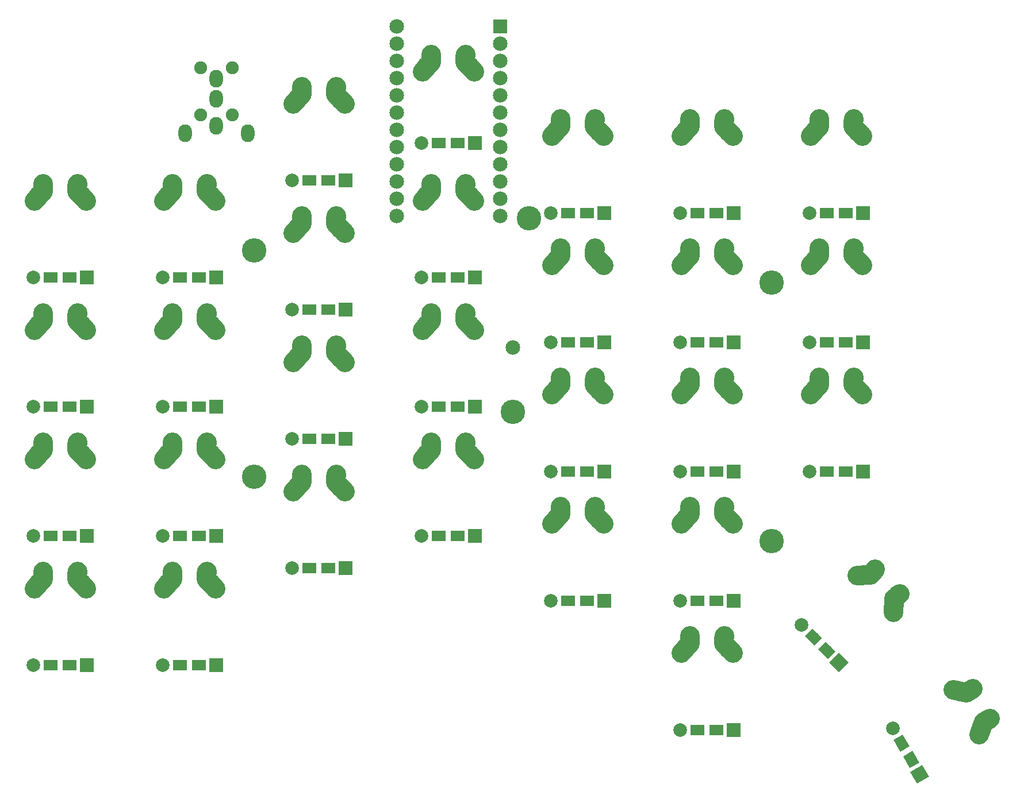
<source format=gbs>
G04 #@! TF.GenerationSoftware,KiCad,Pcbnew,(5.1.2)-2*
G04 #@! TF.CreationDate,2019-06-19T23:20:39-05:00*
G04 #@! TF.ProjectId,BlastersRev2,426c6173-7465-4727-9352-6576322e6b69,rev?*
G04 #@! TF.SameCoordinates,Original*
G04 #@! TF.FileFunction,Soldermask,Bot*
G04 #@! TF.FilePolarity,Negative*
%FSLAX46Y46*%
G04 Gerber Fmt 4.6, Leading zero omitted, Abs format (unit mm)*
G04 Created by KiCad (PCBNEW (5.1.2)-2) date 2019-06-19 23:20:39*
%MOMM*%
%LPD*%
G04 APERTURE LIST*
%ADD10C,2.152600*%
%ADD11C,1.900000*%
%ADD12O,2.000000X2.600000*%
%ADD13R,2.000000X2.000000*%
%ADD14C,2.000000*%
%ADD15R,2.000000X1.600000*%
%ADD16C,0.100000*%
%ADD17C,1.600000*%
%ADD18C,2.400000*%
%ADD19C,2.900000*%
%ADD20C,2.900000*%
%ADD21R,2.152600X2.152600*%
%ADD22C,3.600000*%
G04 APERTURE END LIST*
D10*
X133350000Y-104775000D03*
D11*
X91993750Y-70512500D03*
X91993750Y-63512500D03*
D12*
X94293750Y-73212500D03*
X85093750Y-73212500D03*
X89693750Y-72112500D03*
X89693750Y-65112500D03*
D11*
X87393750Y-70512500D03*
X87393750Y-63512500D03*
D12*
X89693750Y-68112500D03*
D13*
X146775000Y-84931250D03*
D14*
X138975000Y-84931250D03*
D15*
X144275000Y-84931250D03*
X141475000Y-84931250D03*
X141475000Y-103981250D03*
X144275000Y-103981250D03*
D14*
X138975000Y-103981250D03*
D13*
X146775000Y-103981250D03*
X146775000Y-123031250D03*
D14*
X138975000Y-123031250D03*
D15*
X144275000Y-123031250D03*
X141475000Y-123031250D03*
X141475000Y-142081250D03*
X144275000Y-142081250D03*
D14*
X138975000Y-142081250D03*
D13*
X146775000Y-142081250D03*
X165825000Y-84931250D03*
D14*
X158025000Y-84931250D03*
D15*
X163325000Y-84931250D03*
X160525000Y-84931250D03*
X160525000Y-103981250D03*
X163325000Y-103981250D03*
D14*
X158025000Y-103981250D03*
D13*
X165825000Y-103981250D03*
X165825000Y-123031250D03*
D14*
X158025000Y-123031250D03*
D15*
X163325000Y-123031250D03*
X160525000Y-123031250D03*
X160525000Y-142081250D03*
X163325000Y-142081250D03*
D14*
X158025000Y-142081250D03*
D13*
X165825000Y-142081250D03*
X165825000Y-161131250D03*
D14*
X158025000Y-161131250D03*
D15*
X163325000Y-161131250D03*
X160525000Y-161131250D03*
X179575000Y-84931250D03*
X182375000Y-84931250D03*
D14*
X177075000Y-84931250D03*
D13*
X184875000Y-84931250D03*
X184875000Y-103981250D03*
D14*
X177075000Y-103981250D03*
D15*
X182375000Y-103981250D03*
X179575000Y-103981250D03*
X179575000Y-123031250D03*
X182375000Y-123031250D03*
D14*
X177075000Y-123031250D03*
D13*
X184875000Y-123031250D03*
D14*
X193243750Y-167683749D03*
D16*
G36*
X191877725Y-167317724D02*
G01*
X193609775Y-166317724D01*
X194609775Y-168049774D01*
X192877725Y-169049774D01*
X191877725Y-167317724D01*
X191877725Y-167317724D01*
G37*
D14*
X189343750Y-160928751D03*
D17*
X191993750Y-165518686D03*
D16*
G36*
X190800930Y-165052661D02*
G01*
X192186570Y-164252661D01*
X193186570Y-165984711D01*
X191800930Y-166784711D01*
X190800930Y-165052661D01*
X190800930Y-165052661D01*
G37*
D17*
X190593750Y-163093814D03*
D16*
G36*
X189400930Y-162627789D02*
G01*
X190786570Y-161827789D01*
X191786570Y-163559839D01*
X190400930Y-164359839D01*
X189400930Y-162627789D01*
X189400930Y-162627789D01*
G37*
D15*
X65275000Y-113506250D03*
X68075000Y-113506250D03*
D14*
X62775000Y-113506250D03*
D13*
X70575000Y-113506250D03*
X127725000Y-113506250D03*
D14*
X119925000Y-113506250D03*
D15*
X125225000Y-113506250D03*
X122425000Y-113506250D03*
X122425000Y-132556250D03*
X125225000Y-132556250D03*
D14*
X119925000Y-132556250D03*
D13*
X127725000Y-132556250D03*
D14*
X181351466Y-151188966D03*
D16*
G36*
X179937252Y-151188966D02*
G01*
X181351466Y-149774752D01*
X182765680Y-151188966D01*
X181351466Y-152603180D01*
X179937252Y-151188966D01*
X179937252Y-151188966D01*
G37*
D14*
X175836034Y-145673534D03*
D17*
X179583699Y-149421199D03*
D16*
G36*
X178310907Y-149279778D02*
G01*
X179442278Y-148148407D01*
X180856491Y-149562620D01*
X179725120Y-150693991D01*
X178310907Y-149279778D01*
X178310907Y-149279778D01*
G37*
D17*
X177603801Y-147441301D03*
D16*
G36*
X176331009Y-147299880D02*
G01*
X177462380Y-146168509D01*
X178876593Y-147582722D01*
X177745222Y-148714093D01*
X176331009Y-147299880D01*
X176331009Y-147299880D01*
G37*
D15*
X65275000Y-94456250D03*
X68075000Y-94456250D03*
D14*
X62775000Y-94456250D03*
D13*
X70575000Y-94456250D03*
X70575000Y-132556250D03*
D14*
X62775000Y-132556250D03*
D15*
X68075000Y-132556250D03*
X65275000Y-132556250D03*
X65275000Y-151606250D03*
X68075000Y-151606250D03*
D14*
X62775000Y-151606250D03*
D13*
X70575000Y-151606250D03*
X89625000Y-94456250D03*
D14*
X81825000Y-94456250D03*
D15*
X87125000Y-94456250D03*
X84325000Y-94456250D03*
X84325000Y-113506250D03*
X87125000Y-113506250D03*
D14*
X81825000Y-113506250D03*
D13*
X89625000Y-113506250D03*
X89625000Y-132556250D03*
D14*
X81825000Y-132556250D03*
D15*
X87125000Y-132556250D03*
X84325000Y-132556250D03*
X84325000Y-151606250D03*
X87125000Y-151606250D03*
D14*
X81825000Y-151606250D03*
D13*
X89625000Y-151606250D03*
D15*
X103375000Y-80168750D03*
X106175000Y-80168750D03*
D14*
X100875000Y-80168750D03*
D13*
X108675000Y-80168750D03*
X108675000Y-99218750D03*
D14*
X100875000Y-99218750D03*
D15*
X106175000Y-99218750D03*
X103375000Y-99218750D03*
X103375000Y-118268750D03*
X106175000Y-118268750D03*
D14*
X100875000Y-118268750D03*
D13*
X108675000Y-118268750D03*
X108675000Y-137318750D03*
D14*
X100875000Y-137318750D03*
D15*
X106175000Y-137318750D03*
X103375000Y-137318750D03*
D13*
X127725000Y-74612500D03*
D14*
X119925000Y-74612500D03*
D15*
X125225000Y-74612500D03*
X122425000Y-74612500D03*
X122425000Y-94456250D03*
X125225000Y-94456250D03*
D14*
X119925000Y-94456250D03*
D13*
X127725000Y-94456250D03*
D18*
X69175000Y-100275000D03*
X69215000Y-99695000D03*
X64175000Y-100775000D03*
X62865000Y-102235000D03*
D19*
X69830000Y-101505000D03*
D20*
X70484995Y-102235004D02*
X69175005Y-100774996D01*
D19*
X63520000Y-101505000D03*
D20*
X62865005Y-102235004D02*
X64174995Y-100774996D01*
D18*
X69175000Y-100775000D03*
X70485000Y-102235000D03*
D19*
X64155000Y-99985000D03*
D20*
X64135001Y-99695000D02*
X64174999Y-100275000D01*
D18*
X64175000Y-100275000D03*
X64135000Y-99695000D03*
D19*
X69195000Y-99985000D03*
D20*
X69214999Y-99695000D02*
X69175001Y-100275000D01*
D18*
X69175000Y-81225000D03*
X69215000Y-80645000D03*
X64175000Y-81725000D03*
X62865000Y-83185000D03*
D19*
X69830000Y-82455000D03*
D20*
X70484995Y-83185004D02*
X69175005Y-81724996D01*
D19*
X63520000Y-82455000D03*
D20*
X62865005Y-83185004D02*
X64174995Y-81724996D01*
D18*
X69175000Y-81725000D03*
X70485000Y-83185000D03*
D19*
X64155000Y-80935000D03*
D20*
X64135001Y-80645000D02*
X64174999Y-81225000D01*
D18*
X64175000Y-81225000D03*
X64135000Y-80645000D03*
D19*
X69195000Y-80935000D03*
D20*
X69214999Y-80645000D02*
X69175001Y-81225000D01*
D19*
X145395000Y-109510000D03*
D20*
X145414999Y-109220000D02*
X145375001Y-109800000D01*
D18*
X140335000Y-109220000D03*
X140375000Y-109800000D03*
D19*
X140355000Y-109510000D03*
D20*
X140335001Y-109220000D02*
X140374999Y-109800000D01*
D18*
X146685000Y-111760000D03*
X145375000Y-110300000D03*
D19*
X139720000Y-111030000D03*
D20*
X139065005Y-111760004D02*
X140374995Y-110299996D01*
D19*
X146030000Y-111030000D03*
D20*
X146684995Y-111760004D02*
X145375005Y-110299996D01*
D18*
X139065000Y-111760000D03*
X140375000Y-110300000D03*
X145415000Y-109220000D03*
X145375000Y-109800000D03*
X145375000Y-128850000D03*
X145415000Y-128270000D03*
X140375000Y-129350000D03*
X139065000Y-130810000D03*
D19*
X146030000Y-130080000D03*
D20*
X146684995Y-130810004D02*
X145375005Y-129349996D01*
D19*
X139720000Y-130080000D03*
D20*
X139065005Y-130810004D02*
X140374995Y-129349996D01*
D18*
X145375000Y-129350000D03*
X146685000Y-130810000D03*
D19*
X140355000Y-128560000D03*
D20*
X140335001Y-128270000D02*
X140374999Y-128850000D01*
D18*
X140375000Y-128850000D03*
X140335000Y-128270000D03*
D19*
X145395000Y-128560000D03*
D20*
X145414999Y-128270000D02*
X145375001Y-128850000D01*
D19*
X164445000Y-71410000D03*
D20*
X164464999Y-71120000D02*
X164425001Y-71700000D01*
D18*
X159385000Y-71120000D03*
X159425000Y-71700000D03*
D19*
X159405000Y-71410000D03*
D20*
X159385001Y-71120000D02*
X159424999Y-71700000D01*
D18*
X165735000Y-73660000D03*
X164425000Y-72200000D03*
D19*
X158770000Y-72930000D03*
D20*
X158115005Y-73660004D02*
X159424995Y-72199996D01*
D19*
X165080000Y-72930000D03*
D20*
X165734995Y-73660004D02*
X164425005Y-72199996D01*
D18*
X158115000Y-73660000D03*
X159425000Y-72200000D03*
X164465000Y-71120000D03*
X164425000Y-71700000D03*
X164425000Y-90750000D03*
X164465000Y-90170000D03*
X159425000Y-91250000D03*
X158115000Y-92710000D03*
D19*
X165080000Y-91980000D03*
D20*
X165734995Y-92710004D02*
X164425005Y-91249996D01*
D19*
X158770000Y-91980000D03*
D20*
X158115005Y-92710004D02*
X159424995Y-91249996D01*
D18*
X164425000Y-91250000D03*
X165735000Y-92710000D03*
D19*
X159405000Y-90460000D03*
D20*
X159385001Y-90170000D02*
X159424999Y-90750000D01*
D18*
X159425000Y-90750000D03*
X159385000Y-90170000D03*
D19*
X164445000Y-90460000D03*
D20*
X164464999Y-90170000D02*
X164425001Y-90750000D01*
D19*
X164445000Y-109510000D03*
D20*
X164464999Y-109220000D02*
X164425001Y-109800000D01*
D18*
X159385000Y-109220000D03*
X159425000Y-109800000D03*
D19*
X159405000Y-109510000D03*
D20*
X159385001Y-109220000D02*
X159424999Y-109800000D01*
D18*
X165735000Y-111760000D03*
X164425000Y-110300000D03*
D19*
X158770000Y-111030000D03*
D20*
X158115005Y-111760004D02*
X159424995Y-110299996D01*
D19*
X165080000Y-111030000D03*
D20*
X165734995Y-111760004D02*
X164425005Y-110299996D01*
D18*
X158115000Y-111760000D03*
X159425000Y-110300000D03*
X164465000Y-109220000D03*
X164425000Y-109800000D03*
X164425000Y-128850000D03*
X164465000Y-128270000D03*
X159425000Y-129350000D03*
X158115000Y-130810000D03*
D19*
X165080000Y-130080000D03*
D20*
X165734995Y-130810004D02*
X164425005Y-129349996D01*
D19*
X158770000Y-130080000D03*
D20*
X158115005Y-130810004D02*
X159424995Y-129349996D01*
D18*
X164425000Y-129350000D03*
X165735000Y-130810000D03*
D19*
X159405000Y-128560000D03*
D20*
X159385001Y-128270000D02*
X159424999Y-128850000D01*
D18*
X159425000Y-128850000D03*
X159385000Y-128270000D03*
D19*
X164445000Y-128560000D03*
D20*
X164464999Y-128270000D02*
X164425001Y-128850000D01*
D19*
X164445000Y-147610000D03*
D20*
X164464999Y-147320000D02*
X164425001Y-147900000D01*
D18*
X159385000Y-147320000D03*
X159425000Y-147900000D03*
D19*
X159405000Y-147610000D03*
D20*
X159385001Y-147320000D02*
X159424999Y-147900000D01*
D18*
X165735000Y-149860000D03*
X164425000Y-148400000D03*
D19*
X158770000Y-149130000D03*
D20*
X158115005Y-149860004D02*
X159424995Y-148399996D01*
D19*
X165080000Y-149130000D03*
D20*
X165734995Y-149860004D02*
X164425005Y-148399996D01*
D18*
X158115000Y-149860000D03*
X159425000Y-148400000D03*
X164465000Y-147320000D03*
X164425000Y-147900000D03*
X183475000Y-71700000D03*
X183515000Y-71120000D03*
X178475000Y-72200000D03*
X177165000Y-73660000D03*
D19*
X184130000Y-72930000D03*
D20*
X184784995Y-73660004D02*
X183475005Y-72199996D01*
D19*
X177820000Y-72930000D03*
D20*
X177165005Y-73660004D02*
X178474995Y-72199996D01*
D18*
X183475000Y-72200000D03*
X184785000Y-73660000D03*
D19*
X178455000Y-71410000D03*
D20*
X178435001Y-71120000D02*
X178474999Y-71700000D01*
D18*
X178475000Y-71700000D03*
X178435000Y-71120000D03*
D19*
X183495000Y-71410000D03*
D20*
X183514999Y-71120000D02*
X183475001Y-71700000D01*
D19*
X183495000Y-90460000D03*
D20*
X183514999Y-90170000D02*
X183475001Y-90750000D01*
D18*
X178435000Y-90170000D03*
X178475000Y-90750000D03*
D19*
X178455000Y-90460000D03*
D20*
X178435001Y-90170000D02*
X178474999Y-90750000D01*
D18*
X184785000Y-92710000D03*
X183475000Y-91250000D03*
D19*
X177820000Y-91980000D03*
D20*
X177165005Y-92710004D02*
X178474995Y-91249996D01*
D19*
X184130000Y-91980000D03*
D20*
X184784995Y-92710004D02*
X183475005Y-91249996D01*
D18*
X177165000Y-92710000D03*
X178475000Y-91250000D03*
X183515000Y-90170000D03*
X183475000Y-90750000D03*
D19*
X183495000Y-109510000D03*
D20*
X183514999Y-109220000D02*
X183475001Y-109800000D01*
D18*
X178435000Y-109220000D03*
X178475000Y-109800000D03*
D19*
X178455000Y-109510000D03*
D20*
X178435001Y-109220000D02*
X178474999Y-109800000D01*
D18*
X184785000Y-111760000D03*
X183475000Y-110300000D03*
D19*
X177820000Y-111030000D03*
D20*
X177165005Y-111760004D02*
X178474995Y-110299996D01*
D19*
X184130000Y-111030000D03*
D20*
X184784995Y-111760004D02*
X183475005Y-110299996D01*
D18*
X177165000Y-111760000D03*
X178475000Y-110300000D03*
X183515000Y-109220000D03*
X183475000Y-109800000D03*
D19*
X190090051Y-141271368D03*
D20*
X190309254Y-141080448D02*
X189870848Y-141462288D01*
D18*
X186717151Y-137488346D03*
X186335314Y-137926753D03*
D19*
X186526232Y-137707549D03*
D20*
X186717152Y-137488346D02*
X186335312Y-137926752D01*
D18*
X189411228Y-143774526D03*
X189517294Y-141815840D03*
D19*
X185002417Y-138333339D03*
D20*
X184023074Y-138386378D02*
X185981760Y-138280300D01*
D19*
X189464261Y-142795183D03*
D20*
X189411222Y-143774526D02*
X189517300Y-141815840D01*
D18*
X184023074Y-138386372D03*
X185981760Y-138280306D03*
X190309254Y-141080449D03*
X189870847Y-141462286D03*
X203080813Y-159749864D03*
X203603109Y-159494505D03*
X200147802Y-155669736D03*
X198228405Y-155265243D03*
D19*
X202343103Y-160932110D03*
D20*
X202038398Y-161864355D02*
X202647808Y-159999865D01*
D19*
X199188103Y-155467490D03*
D20*
X198228403Y-155265249D02*
X200147803Y-155669731D01*
D18*
X202647802Y-159999864D03*
X202038405Y-161864357D03*
D19*
X200821962Y-155257416D03*
D20*
X201063110Y-155095096D02*
X200580814Y-155419736D01*
D18*
X200580814Y-155419736D03*
X201063109Y-155095095D03*
D19*
X203341962Y-159622184D03*
D20*
X203603109Y-159494504D02*
X203080815Y-159749864D01*
D19*
X145395000Y-71410000D03*
D20*
X145414999Y-71120000D02*
X145375001Y-71700000D01*
D18*
X140335000Y-71120000D03*
X140375000Y-71700000D03*
D19*
X140355000Y-71410000D03*
D20*
X140335001Y-71120000D02*
X140374999Y-71700000D01*
D18*
X146685000Y-73660000D03*
X145375000Y-72200000D03*
D19*
X139720000Y-72930000D03*
D20*
X139065005Y-73660004D02*
X140374995Y-72199996D01*
D19*
X146030000Y-72930000D03*
D20*
X146684995Y-73660004D02*
X145375005Y-72199996D01*
D18*
X139065000Y-73660000D03*
X140375000Y-72200000D03*
X145415000Y-71120000D03*
X145375000Y-71700000D03*
X145375000Y-90750000D03*
X145415000Y-90170000D03*
X140375000Y-91250000D03*
X139065000Y-92710000D03*
D19*
X146030000Y-91980000D03*
D20*
X146684995Y-92710004D02*
X145375005Y-91249996D01*
D19*
X139720000Y-91980000D03*
D20*
X139065005Y-92710004D02*
X140374995Y-91249996D01*
D18*
X145375000Y-91250000D03*
X146685000Y-92710000D03*
D19*
X140355000Y-90460000D03*
D20*
X140335001Y-90170000D02*
X140374999Y-90750000D01*
D18*
X140375000Y-90750000D03*
X140335000Y-90170000D03*
D19*
X145395000Y-90460000D03*
D20*
X145414999Y-90170000D02*
X145375001Y-90750000D01*
D19*
X126345000Y-80935000D03*
D20*
X126364999Y-80645000D02*
X126325001Y-81225000D01*
D18*
X121285000Y-80645000D03*
X121325000Y-81225000D03*
D19*
X121305000Y-80935000D03*
D20*
X121285001Y-80645000D02*
X121324999Y-81225000D01*
D18*
X127635000Y-83185000D03*
X126325000Y-81725000D03*
D19*
X120670000Y-82455000D03*
D20*
X120015005Y-83185004D02*
X121324995Y-81724996D01*
D19*
X126980000Y-82455000D03*
D20*
X127634995Y-83185004D02*
X126325005Y-81724996D01*
D18*
X120015000Y-83185000D03*
X121325000Y-81725000D03*
X126365000Y-80645000D03*
X126325000Y-81225000D03*
X126325000Y-100275000D03*
X126365000Y-99695000D03*
X121325000Y-100775000D03*
X120015000Y-102235000D03*
D19*
X126980000Y-101505000D03*
D20*
X127634995Y-102235004D02*
X126325005Y-100774996D01*
D19*
X120670000Y-101505000D03*
D20*
X120015005Y-102235004D02*
X121324995Y-100774996D01*
D18*
X126325000Y-100775000D03*
X127635000Y-102235000D03*
D19*
X121305000Y-99985000D03*
D20*
X121285001Y-99695000D02*
X121324999Y-100275000D01*
D18*
X121325000Y-100275000D03*
X121285000Y-99695000D03*
D19*
X126345000Y-99985000D03*
D20*
X126364999Y-99695000D02*
X126325001Y-100275000D01*
D18*
X69175000Y-119325000D03*
X69215000Y-118745000D03*
X64175000Y-119825000D03*
X62865000Y-121285000D03*
D19*
X69830000Y-120555000D03*
D20*
X70484995Y-121285004D02*
X69175005Y-119824996D01*
D19*
X63520000Y-120555000D03*
D20*
X62865005Y-121285004D02*
X64174995Y-119824996D01*
D18*
X69175000Y-119825000D03*
X70485000Y-121285000D03*
D19*
X64155000Y-119035000D03*
D20*
X64135001Y-118745000D02*
X64174999Y-119325000D01*
D18*
X64175000Y-119325000D03*
X64135000Y-118745000D03*
D19*
X69195000Y-119035000D03*
D20*
X69214999Y-118745000D02*
X69175001Y-119325000D01*
D19*
X69195000Y-138085000D03*
D20*
X69214999Y-137795000D02*
X69175001Y-138375000D01*
D18*
X64135000Y-137795000D03*
X64175000Y-138375000D03*
D19*
X64155000Y-138085000D03*
D20*
X64135001Y-137795000D02*
X64174999Y-138375000D01*
D18*
X70485000Y-140335000D03*
X69175000Y-138875000D03*
D19*
X63520000Y-139605000D03*
D20*
X62865005Y-140335004D02*
X64174995Y-138874996D01*
D19*
X69830000Y-139605000D03*
D20*
X70484995Y-140335004D02*
X69175005Y-138874996D01*
D18*
X62865000Y-140335000D03*
X64175000Y-138875000D03*
X69215000Y-137795000D03*
X69175000Y-138375000D03*
X88225000Y-81225000D03*
X88265000Y-80645000D03*
X83225000Y-81725000D03*
X81915000Y-83185000D03*
D19*
X88880000Y-82455000D03*
D20*
X89534995Y-83185004D02*
X88225005Y-81724996D01*
D19*
X82570000Y-82455000D03*
D20*
X81915005Y-83185004D02*
X83224995Y-81724996D01*
D18*
X88225000Y-81725000D03*
X89535000Y-83185000D03*
D19*
X83205000Y-80935000D03*
D20*
X83185001Y-80645000D02*
X83224999Y-81225000D01*
D18*
X83225000Y-81225000D03*
X83185000Y-80645000D03*
D19*
X88245000Y-80935000D03*
D20*
X88264999Y-80645000D02*
X88225001Y-81225000D01*
D19*
X88245000Y-99985000D03*
D20*
X88264999Y-99695000D02*
X88225001Y-100275000D01*
D18*
X83185000Y-99695000D03*
X83225000Y-100275000D03*
D19*
X83205000Y-99985000D03*
D20*
X83185001Y-99695000D02*
X83224999Y-100275000D01*
D18*
X89535000Y-102235000D03*
X88225000Y-100775000D03*
D19*
X82570000Y-101505000D03*
D20*
X81915005Y-102235004D02*
X83224995Y-100774996D01*
D19*
X88880000Y-101505000D03*
D20*
X89534995Y-102235004D02*
X88225005Y-100774996D01*
D18*
X81915000Y-102235000D03*
X83225000Y-100775000D03*
X88265000Y-99695000D03*
X88225000Y-100275000D03*
X88225000Y-119325000D03*
X88265000Y-118745000D03*
X83225000Y-119825000D03*
X81915000Y-121285000D03*
D19*
X88880000Y-120555000D03*
D20*
X89534995Y-121285004D02*
X88225005Y-119824996D01*
D19*
X82570000Y-120555000D03*
D20*
X81915005Y-121285004D02*
X83224995Y-119824996D01*
D18*
X88225000Y-119825000D03*
X89535000Y-121285000D03*
D19*
X83205000Y-119035000D03*
D20*
X83185001Y-118745000D02*
X83224999Y-119325000D01*
D18*
X83225000Y-119325000D03*
X83185000Y-118745000D03*
D19*
X88245000Y-119035000D03*
D20*
X88264999Y-118745000D02*
X88225001Y-119325000D01*
D19*
X88245000Y-138085000D03*
D20*
X88264999Y-137795000D02*
X88225001Y-138375000D01*
D18*
X83185000Y-137795000D03*
X83225000Y-138375000D03*
D19*
X83205000Y-138085000D03*
D20*
X83185001Y-137795000D02*
X83224999Y-138375000D01*
D18*
X89535000Y-140335000D03*
X88225000Y-138875000D03*
D19*
X82570000Y-139605000D03*
D20*
X81915005Y-140335004D02*
X83224995Y-138874996D01*
D19*
X88880000Y-139605000D03*
D20*
X89534995Y-140335004D02*
X88225005Y-138874996D01*
D18*
X81915000Y-140335000D03*
X83225000Y-138875000D03*
X88265000Y-137795000D03*
X88225000Y-138375000D03*
D19*
X107295000Y-66647500D03*
D20*
X107314999Y-66357500D02*
X107275001Y-66937500D01*
D18*
X102235000Y-66357500D03*
X102275000Y-66937500D03*
D19*
X102255000Y-66647500D03*
D20*
X102235001Y-66357500D02*
X102274999Y-66937500D01*
D18*
X108585000Y-68897500D03*
X107275000Y-67437500D03*
D19*
X101620000Y-68167500D03*
D20*
X100965005Y-68897504D02*
X102274995Y-67437496D01*
D19*
X107930000Y-68167500D03*
D20*
X108584995Y-68897504D02*
X107275005Y-67437496D01*
D18*
X100965000Y-68897500D03*
X102275000Y-67437500D03*
X107315000Y-66357500D03*
X107275000Y-66937500D03*
X107275000Y-85987500D03*
X107315000Y-85407500D03*
X102275000Y-86487500D03*
X100965000Y-87947500D03*
D19*
X107930000Y-87217500D03*
D20*
X108584995Y-87947504D02*
X107275005Y-86487496D01*
D19*
X101620000Y-87217500D03*
D20*
X100965005Y-87947504D02*
X102274995Y-86487496D01*
D18*
X107275000Y-86487500D03*
X108585000Y-87947500D03*
D19*
X102255000Y-85697500D03*
D20*
X102235001Y-85407500D02*
X102274999Y-85987500D01*
D18*
X102275000Y-85987500D03*
X102235000Y-85407500D03*
D19*
X107295000Y-85697500D03*
D20*
X107314999Y-85407500D02*
X107275001Y-85987500D01*
D19*
X107295000Y-104747500D03*
D20*
X107314999Y-104457500D02*
X107275001Y-105037500D01*
D18*
X102235000Y-104457500D03*
X102275000Y-105037500D03*
D19*
X102255000Y-104747500D03*
D20*
X102235001Y-104457500D02*
X102274999Y-105037500D01*
D18*
X108585000Y-106997500D03*
X107275000Y-105537500D03*
D19*
X101620000Y-106267500D03*
D20*
X100965005Y-106997504D02*
X102274995Y-105537496D01*
D19*
X107930000Y-106267500D03*
D20*
X108584995Y-106997504D02*
X107275005Y-105537496D01*
D18*
X100965000Y-106997500D03*
X102275000Y-105537500D03*
X107315000Y-104457500D03*
X107275000Y-105037500D03*
X107275000Y-124087500D03*
X107315000Y-123507500D03*
X102275000Y-124587500D03*
X100965000Y-126047500D03*
D19*
X107930000Y-125317500D03*
D20*
X108584995Y-126047504D02*
X107275005Y-124587496D01*
D19*
X101620000Y-125317500D03*
D20*
X100965005Y-126047504D02*
X102274995Y-124587496D01*
D18*
X107275000Y-124587500D03*
X108585000Y-126047500D03*
D19*
X102255000Y-123797500D03*
D20*
X102235001Y-123507500D02*
X102274999Y-124087500D01*
D18*
X102275000Y-124087500D03*
X102235000Y-123507500D03*
D19*
X107295000Y-123797500D03*
D20*
X107314999Y-123507500D02*
X107275001Y-124087500D01*
D18*
X126325000Y-62175000D03*
X126365000Y-61595000D03*
X121325000Y-62675000D03*
X120015000Y-64135000D03*
D19*
X126980000Y-63405000D03*
D20*
X127634995Y-64135004D02*
X126325005Y-62674996D01*
D19*
X120670000Y-63405000D03*
D20*
X120015005Y-64135004D02*
X121324995Y-62674996D01*
D18*
X126325000Y-62675000D03*
X127635000Y-64135000D03*
D19*
X121305000Y-61885000D03*
D20*
X121285001Y-61595000D02*
X121324999Y-62175000D01*
D18*
X121325000Y-62175000D03*
X121285000Y-61595000D03*
D19*
X126345000Y-61885000D03*
D20*
X126364999Y-61595000D02*
X126325001Y-62175000D01*
D18*
X126325000Y-119325000D03*
X126365000Y-118745000D03*
X121325000Y-119825000D03*
X120015000Y-121285000D03*
D19*
X126980000Y-120555000D03*
D20*
X127634995Y-121285004D02*
X126325005Y-119824996D01*
D19*
X120670000Y-120555000D03*
D20*
X120015005Y-121285004D02*
X121324995Y-119824996D01*
D18*
X126325000Y-119825000D03*
X127635000Y-121285000D03*
D19*
X121305000Y-119035000D03*
D20*
X121285001Y-118745000D02*
X121324999Y-119325000D01*
D18*
X121325000Y-119325000D03*
X121285000Y-118745000D03*
D19*
X126345000Y-119035000D03*
D20*
X126364999Y-118745000D02*
X126325001Y-119325000D01*
D21*
X131445000Y-57467500D03*
D10*
X131445000Y-60007500D03*
X131445000Y-62547500D03*
X131445000Y-65087500D03*
X131445000Y-67627500D03*
X131445000Y-70167500D03*
X131445000Y-72707500D03*
X131445000Y-75247500D03*
X131445000Y-77787500D03*
X131445000Y-80327500D03*
X131445000Y-82867500D03*
X116205000Y-85407500D03*
X116205000Y-82867500D03*
X116205000Y-80327500D03*
X116205000Y-77787500D03*
X116205000Y-75247500D03*
X116205000Y-72707500D03*
X116205000Y-70167500D03*
X116205000Y-67627500D03*
X116205000Y-65087500D03*
X116205000Y-62547500D03*
X116205000Y-60007500D03*
X131445000Y-85407500D03*
X116205000Y-57467500D03*
D22*
X171450000Y-95250000D03*
X171450000Y-133350000D03*
X133350000Y-114300000D03*
X135731250Y-85725000D03*
X95250000Y-123825000D03*
X95250000Y-90487500D03*
M02*

</source>
